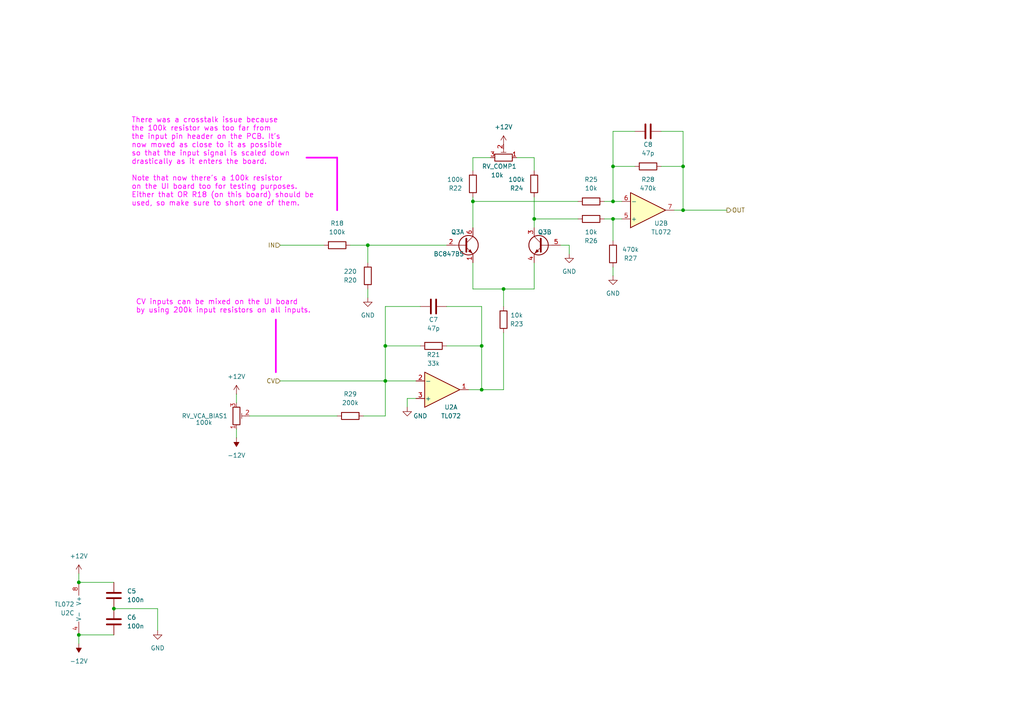
<source format=kicad_sch>
(kicad_sch (version 20250114) (generator "eeschema") (generator_version "9.0")
  (paper "A4")
  (lib_symbols
    (symbol "Amplifier_Operational:TL072" (pin_names (offset 0.127))
      (property "Reference" "U" (at 0 5.08 0))
      (property "Value" "TL072" (at 0 -5.08 0))
      (symbol "TL072_1_1"
        (polyline (pts (xy -5.08 5.08) (xy 5.08 0) (xy -5.08 -5.08) (xy -5.08 5.08)) (stroke (width 0.254)) (fill (type background)))
        (pin input line (at -7.62 2.54 0) (length 2.54) (name "+") (number "3"))
        (pin input line (at -7.62 -2.54 0) (length 2.54) (name "-") (number "2"))
        (pin output line (at 7.62 0 180) (length 2.54) (name "~") (number "1"))
      )
      (symbol "TL072_2_1"
        (polyline (pts (xy -5.08 5.08) (xy 5.08 0) (xy -5.08 -5.08) (xy -5.08 5.08)) (stroke (width 0.254)) (fill (type background)))
        (pin input line (at -7.62 2.54 0) (length 2.54) (name "+") (number "5"))
        (pin input line (at -7.62 -2.54 0) (length 2.54) (name "-") (number "6"))
        (pin output line (at 7.62 0 180) (length 2.54) (name "~") (number "7"))
      )
      (symbol "TL072_3_1"
        (pin power_in line (at -2.54 7.62 270) (length 3.81) (name "V+") (number "8"))
        (pin power_in line (at -2.54 -7.62 90) (length 3.81) (name "V-") (number "4"))
      )
    )
    (symbol "Device:C" (pin_numbers (hide yes)) (pin_names (offset 0.254))
      (property "Reference" "C" (at 0.635 2.54 0))
      (property "Value" "C" (at 0.635 -2.54 0))
      (symbol "C_0_1"
        (polyline (pts (xy -2.032 0.762) (xy 2.032 0.762)) (stroke (width 0.508)))
        (polyline (pts (xy -2.032 -0.762) (xy 2.032 -0.762)) (stroke (width 0.508)))
      )
      (symbol "C_1_1"
        (pin passive line (at 0 3.81 270) (length 2.794) (name "~") (number "1"))
        (pin passive line (at 0 -3.81 90) (length 2.794) (name "~") (number "2"))
      )
    )
    (symbol "Device:R" (pin_numbers (hide yes)) (pin_names (offset 0))
      (property "Reference" "R" (at 2.032 0 90))
      (property "Value" "R" (at 0 0 90))
      (symbol "R_0_1"
        (rectangle (start -1.016 -2.54) (end 1.016 2.54) (stroke (width 0.254)))
      )
      (symbol "R_1_1"
        (pin passive line (at 0 3.81 270) (length 1.27) (name "~") (number "1"))
        (pin passive line (at 0 -3.81 90) (length 1.27) (name "~") (number "2"))
      )
    )
    (symbol "Device:R_Potentiometer_Trim" (pin_names (offset 1.016) (hide yes))
      (property "Reference" "RV" (at -4.445 0 90))
      (property "Value" "R_Potentiometer_Trim" (at -2.54 0 90))
      (symbol "R_Potentiometer_Trim_0_1"
        (rectangle (start 1.016 2.54) (end -1.016 -2.54) (stroke (width 0.254)))
        (polyline (pts (xy 1.524 0.762) (xy 1.524 -0.762)))
        (polyline (pts (xy 2.54 0) (xy 1.524 0)))
      )
      (symbol "R_Potentiometer_Trim_1_1"
        (pin passive line (at 0 3.81 270) (length 1.27) (name "1") (number "1"))
        (pin passive line (at 0 -3.81 90) (length 1.27) (name "3") (number "3"))
        (pin passive line (at 3.81 0 180) (length 1.27) (name "2") (number "2"))
      )
    )
    (symbol "Transistor_BJT:BC847BS" (pin_names (offset 0) (hide yes))
      (property "Reference" "Q" (at 5.08 1.27 0))
      (property "Value" "BC847BS" (at 5.08 -1.27 0))
      (symbol "BC847BS_0_1"
        (polyline (pts (xy 0.635 1.905) (xy 0.635 -1.905)) (stroke (width 0.508)))
        (polyline (pts (xy 0.635 0.635) (xy 2.54 2.54)))
        (polyline (pts (xy 0.635 0) (xy -2.54 0)))
        (polyline (pts (xy 0.635 -0.635) (xy 2.54 -2.54)))
        (circle (center 1.27 0) (radius 2.8194) (stroke (width 0.254)))
        (polyline (pts (xy 1.27 -1.778) (xy 1.778 -1.27) (xy 2.286 -2.286) (xy 1.27 -1.778)) (fill (type outline)))
      )
      (symbol "BC847BS_1_1"
        (pin input line (at -5.08 0 0) (length 2.54) (name "B1") (number "2"))
        (pin passive line (at 2.54 5.08 270) (length 2.54) (name "C1") (number "6"))
        (pin passive line (at 2.54 -5.08 90) (length 2.54) (name "E1") (number "1"))
      )
      (symbol "BC847BS_2_1"
        (pin input line (at -5.08 0 0) (length 2.54) (name "B2") (number "5"))
        (pin passive line (at 2.54 5.08 270) (length 2.54) (name "C2") (number "3"))
        (pin passive line (at 2.54 -5.08 90) (length 2.54) (name "E2") (number "4"))
      )
    )
    (symbol "power:+12V" (power) (pin_numbers (hide yes)) (pin_names (offset 0) (hide yes))
      (property "Value" "+12V" (at 0 3.556 0))
      (symbol "+12V_0_1"
        (polyline (pts (xy -0.762 1.27) (xy 0 2.54)))
        (polyline (pts (xy 0 2.54) (xy 0.762 1.27)))
        (polyline (pts (xy 0 0) (xy 0 2.54)))
      )
      (symbol "+12V_1_1"
        (pin power_in line (at 0 0 90) (length 0) (name "~") (number "1"))
      )
    )
    (symbol "power:-12V" (power) (pin_numbers (hide yes)) (pin_names (offset 0) (hide yes))
      (property "Value" "-12V" (at 0 3.556 0))
      (symbol "-12V_0_0"
        (pin power_in line (at 0 0 90) (length 0) (name "~") (number "1"))
      )
      (symbol "-12V_0_1"
        (polyline (pts (xy 0 0) (xy 0 1.27) (xy 0.762 1.27) (xy 0 2.54) (xy -0.762 1.27) (xy 0 1.27)) (fill (type outline)))
      )
    )
    (symbol "power:GND" (power) (pin_numbers (hide yes)) (pin_names (offset 0) (hide yes))
      (property "Value" "GND" (at 0 -3.81 0))
      (symbol "GND_0_1"
        (polyline (pts (xy 0 0) (xy 0 -1.27) (xy 1.27 -1.27) (xy 0 -2.54) (xy -1.27 -1.27) (xy 0 -1.27)))
      )
      (symbol "GND_1_1"
        (pin power_in line (at 0 0 270) (length 0) (name "~") (number "1"))
      )
    )
  )
  (text "CV inputs can be mixed on the UI board \nby using 200k input resistors on all inputs." (at 39.37 88.9 0) (effects (font (size 1.5 1.5) (thickness 0.1875)) (justify left)))
  (text "There was a crosstalk issue because\nthe 100k resistor was too far from \nthe input pin header on the PCB. It's\nnow moved as close to it as possible\nso that the input signal is scaled down\ndrastically as it enters the board.\n\nNote that now there's a 100k resistor \non the UI board too for testing purposes. \nEither that OR R18 (on this board) should be \nused, so make sure to short one of them." (at 38.1 46.99 0) (effects (font (size 1.5 1.5) (thickness 0.1875)) (justify left)))
  (junction (at 111.76 100.33))
  (junction (at 139.7 100.33))
  (junction (at 139.7 113.03))
  (junction (at 177.8 58.42))
  (junction (at 33.02 176.53))
  (junction (at 177.8 48.26))
  (junction (at 22.86 168.91))
  (junction (at 106.68 71.12))
  (junction (at 154.94 63.5))
  (junction (at 22.86 184.15))
  (junction (at 146.05 83.82))
  (junction (at 111.76 110.49))
  (junction (at 198.12 60.96))
  (junction (at 177.8 63.5))
  (junction (at 137.16 58.42))
  (junction (at 198.12 48.26))
  (wire (pts (xy 177.8 38.1) (xy 177.8 48.26)))
  (wire (pts (xy 81.28 71.12) (xy 93.98 71.12)))
  (wire (pts (xy 165.1 71.12) (xy 165.1 73.66)))
  (wire (pts (xy 177.8 63.5) (xy 180.34 63.5)))
  (wire (pts (xy 81.28 110.49) (xy 111.76 110.49)))
  (wire (pts (xy 22.86 186.69) (xy 22.86 184.15)))
  (wire (pts (xy 22.86 168.91) (xy 33.02 168.91)))
  (wire (pts (xy 195.58 60.96) (xy 198.12 60.96)))
  (polyline (pts (xy 97.79 60.96) (xy 97.79 45.72)) (stroke (width 0.5) (type solid) (color 255 0 255 1)))
  (wire (pts (xy 106.68 71.12) (xy 129.54 71.12)))
  (wire (pts (xy 68.58 127) (xy 68.58 124.46)))
  (wire (pts (xy 139.7 113.03) (xy 135.89 113.03)))
  (wire (pts (xy 154.94 57.15) (xy 154.94 63.5)))
  (wire (pts (xy 162.56 71.12) (xy 165.1 71.12)))
  (wire (pts (xy 111.76 120.65) (xy 111.76 110.49)))
  (wire (pts (xy 137.16 76.2) (xy 137.16 83.82)))
  (wire (pts (xy 177.8 63.5) (xy 177.8 69.85)))
  (wire (pts (xy 137.16 58.42) (xy 167.64 58.42)))
  (wire (pts (xy 137.16 49.53) (xy 137.16 45.72)))
  (wire (pts (xy 139.7 100.33) (xy 139.7 113.03)))
  (wire (pts (xy 198.12 38.1) (xy 198.12 48.26)))
  (wire (pts (xy 22.86 166.37) (xy 22.86 168.91)))
  (wire (pts (xy 154.94 83.82) (xy 154.94 76.2)))
  (wire (pts (xy 191.77 38.1) (xy 198.12 38.1)))
  (polyline (pts (xy 88.9 45.72) (xy 97.79 45.72)) (stroke (width 0.5) (type solid) (color 255 0 255 1)))
  (wire (pts (xy 111.76 100.33) (xy 121.92 100.33)))
  (wire (pts (xy 101.6 71.12) (xy 106.68 71.12)))
  (wire (pts (xy 175.26 58.42) (xy 177.8 58.42)))
  (wire (pts (xy 105.41 120.65) (xy 111.76 120.65)))
  (wire (pts (xy 177.8 58.42) (xy 180.34 58.42)))
  (wire (pts (xy 191.77 48.26) (xy 198.12 48.26)))
  (wire (pts (xy 129.54 100.33) (xy 139.7 100.33)))
  (wire (pts (xy 137.16 58.42) (xy 137.16 66.04)))
  (wire (pts (xy 111.76 88.9) (xy 111.76 100.33)))
  (wire (pts (xy 22.86 184.15) (xy 33.02 184.15)))
  (wire (pts (xy 154.94 45.72) (xy 154.94 49.53)))
  (wire (pts (xy 111.76 110.49) (xy 120.65 110.49)))
  (wire (pts (xy 184.15 38.1) (xy 177.8 38.1)))
  (wire (pts (xy 137.16 57.15) (xy 137.16 58.42)))
  (wire (pts (xy 118.11 118.11) (xy 118.11 115.57)))
  (polyline (pts (xy 80.01 107.95) (xy 80.01 92.71)) (stroke (width 0.5) (type solid) (color 255 0 255 1)))
  (wire (pts (xy 184.15 48.26) (xy 177.8 48.26)))
  (wire (pts (xy 45.72 176.53) (xy 33.02 176.53)))
  (wire (pts (xy 118.11 115.57) (xy 120.65 115.57)))
  (wire (pts (xy 177.8 80.01) (xy 177.8 77.47)))
  (wire (pts (xy 154.94 63.5) (xy 167.64 63.5)))
  (wire (pts (xy 129.54 88.9) (xy 139.7 88.9)))
  (wire (pts (xy 198.12 48.26) (xy 198.12 60.96)))
  (wire (pts (xy 146.05 88.9) (xy 146.05 83.82)))
  (wire (pts (xy 111.76 110.49) (xy 111.76 100.33)))
  (wire (pts (xy 139.7 88.9) (xy 139.7 100.33)))
  (wire (pts (xy 175.26 63.5) (xy 177.8 63.5)))
  (wire (pts (xy 198.12 60.96) (xy 210.82 60.96)))
  (wire (pts (xy 137.16 83.82) (xy 146.05 83.82)))
  (wire (pts (xy 146.05 113.03) (xy 139.7 113.03)))
  (wire (pts (xy 121.92 88.9) (xy 111.76 88.9)))
  (wire (pts (xy 146.05 83.82) (xy 154.94 83.82)))
  (wire (pts (xy 177.8 48.26) (xy 177.8 58.42)))
  (wire (pts (xy 68.58 114.3) (xy 68.58 116.84)))
  (wire (pts (xy 106.68 86.36) (xy 106.68 83.82)))
  (wire (pts (xy 154.94 63.5) (xy 154.94 66.04)))
  (wire (pts (xy 146.05 96.52) (xy 146.05 113.03)))
  (wire (pts (xy 106.68 71.12) (xy 106.68 76.2)))
  (wire (pts (xy 137.16 45.72) (xy 142.24 45.72)))
  (wire (pts (xy 45.72 182.88) (xy 45.72 176.53)))
  (wire (pts (xy 149.86 45.72) (xy 154.94 45.72)))
  (wire (pts (xy 72.39 120.65) (xy 97.79 120.65)))
  (hierarchical_label "OUT" (shape output) (at 210.82 60.96 0))
  (hierarchical_label "IN" (shape input) (at 81.28 71.12 180))
  (hierarchical_label "CV" (shape input) (at 81.28 110.49 180))
  (symbol (lib_id "power:+12V") (at 146.05 41.91 0) (unit 1)
    (property "Reference" "#PWR022" (effects (hide yes)))
    (property "Value" "+12V" (at 146.05 36.83 0))
    (property "Description" "Power symbol creates a global label with name \"+12V\"" (effects (hide yes)))
  )
  (symbol (lib_id "Transistor_BJT:BC847BS") (at 157.48 71.12 0) (mirror y) (unit 2)
    (property "Reference" "Q3" (at 160.02 67.31 0) (effects (justify left)))
    (property "Value" "BC847BS" (at 134.62 73.66 0) (effects (justify left)))
    (property "Footprint" "Package_TO_SOT_SMD:SOT-363_SC-70-6" (effects (hide yes)))
    (property "Datasheet" "https://assets.nexperia.com/documents/data-sheet/BC847BS.pdf" (effects (hide yes)))
    (property "Description" "100mA IC, 45V Vce, Dual NPN/NPN Transistors, SOT-363" (effects (hide yes)))
    (property "Vendor" "JLCPCB" (effects (hide yes)))
    (property "LCSC" "C5380687" (effects (hide yes)))
    (property "CHECKED" "YES" (effects (hide yes)))
  )
  (symbol (lib_id "Device:R") (at 101.6 120.65 90) (unit 1)
    (property "Reference" "R29" (at 101.6 114.3 90))
    (property "Value" "200k" (at 101.6 116.84 90))
    (property "Footprint" "Resistor_SMD:R_0603_1608Metric" (effects (hide yes)))
    (property "LCSC" "C25811" (effects (hide yes)))
    (property "CHECKED" "YES" (effects (hide yes)))
    (property "Vendor" "JLCPCB" (effects (hide yes)))
  )
  (symbol (lib_id "power:-12V") (at 22.86 186.69 180) (unit 1)
    (property "Reference" "#PWR018" (effects (hide yes)))
    (property "Value" "-12V" (at 22.86 191.77 0))
    (property "Description" "Power symbol creates a global label with name \"-12V\"" (effects (hide yes)))
  )
  (symbol (lib_id "Device:R_Potentiometer_Trim") (at 68.58 120.65 0) (mirror x) (unit 1)
    (property "Reference" "RV_VCA_BIAS1" (at 66.04 120.65 0) (effects (justify right)))
    (property "Value" "100k" (at 61.595 122.555 0) (effects (justify right)))
    (property "Footprint" "Potentiometer_THT:Potentiometer_ACP_CA6-H2,5_Horizontal" (effects (hide yes)))
    (property "Description" "Trim-potentiometer" (effects (hide yes)))
    (property "Vendor" "Mouser" (effects (hide yes)))
  )
  (symbol (lib_id "Device:R") (at 146.05 92.71 180) (unit 1)
    (property "Reference" "R23" (at 149.86 93.98 0))
    (property "Value" "10k" (at 149.86 91.44 0))
    (property "Footprint" "Resistor_SMD:R_0603_1608Metric" (effects (hide yes)))
    (property "LCSC" "C25804" (effects (hide yes)))
    (property "CHECKED" "YES" (effects (hide yes)))
    (property "Vendor" "JLCPCB" (effects (hide yes)))
  )
  (symbol (lib_id "Device:C") (at 33.02 180.34 0) (unit 1)
    (property "Reference" "C6" (at 36.83 179.07 0) (effects (justify left)))
    (property "Value" "100n" (at 36.83 181.61 0) (effects (justify left)))
    (property "Footprint" "Capacitor_SMD:C_0603_1608Metric" (effects (hide yes)))
    (property "LCSC" "C14663" (effects (hide yes)))
    (property "CHECKED" "YES" (effects (hide yes)))
    (property "Vendor" "JLCPCB" (effects (hide yes)))
  )
  (symbol (lib_id "Device:C") (at 187.96 38.1 90) (unit 1)
    (property "Reference" "C8" (at 187.96 41.91 90))
    (property "Value" "47p" (at 187.96 44.45 90))
    (property "Footprint" "Capacitor_SMD:C_0603_1608Metric_Pad1.08x0.95mm_HandSolder" (effects (hide yes)))
    (property "Description" "Unpolarized capacitor" (effects (hide yes)))
    (property "Vendor" "JLCPCB" (effects (hide yes)))
    (property "LCSC" "C1671" (effects (hide yes)))
    (property "CHECKED" "YES" (effects (hide yes)))
  )
  (symbol (lib_id "Device:R") (at 171.45 58.42 90) (unit 1)
    (property "Reference" "R25" (at 171.45 52.07 90))
    (property "Value" "10k" (at 171.45 54.61 90))
    (property "Footprint" "Resistor_SMD:R_0603_1608Metric" (effects (hide yes)))
    (property "LCSC" "C25804" (effects (hide yes)))
    (property "CHECKED" "YES" (effects (hide yes)))
    (property "Vendor" "JLCPCB" (effects (hide yes)))
  )
  (symbol (lib_id "power:GND") (at 165.1 73.66 0) (unit 1)
    (property "Reference" "#PWR023" (effects (hide yes)))
    (property "Value" "GND" (at 165.1 78.74 0))
    (property "Description" "Power symbol creates a global label with name \"GND\" , ground" (effects (hide yes)))
  )
  (symbol (lib_id "Device:R") (at 137.16 53.34 180) (unit 1)
    (property "Reference" "R22" (at 132.08 54.61 0))
    (property "Value" "100k" (at 132.08 52.07 0))
    (property "Footprint" "Resistor_SMD:R_0603_1608Metric" (effects (hide yes)))
    (property "LCSC" "C25803" (effects (hide yes)))
    (property "CHECKED" "YES" (effects (hide yes)))
    (property "Vendor" "JLCPCB" (effects (hide yes)))
  )
  (symbol (lib_id "power:+12V") (at 22.86 166.37 0) (unit 1)
    (property "Reference" "#PWR017" (effects (hide yes)))
    (property "Value" "+12V" (at 22.86 161.29 0))
    (property "Description" "Power symbol creates a global label with name \"+12V\"" (effects (hide yes)))
  )
  (symbol (lib_id "Device:R") (at 187.96 48.26 90) (unit 1)
    (property "Reference" "R28" (at 187.96 52.07 90))
    (property "Value" "470k" (at 187.96 54.61 90))
    (property "Footprint" "Resistor_SMD:R_0603_1608Metric" (effects (hide yes)))
    (property "LCSC" "C23178" (effects (hide yes)))
    (property "CHECKED" "YES" (effects (hide yes)))
    (property "Vendor" "JLCPCB" (effects (hide yes)))
  )
  (symbol (lib_id "Device:R") (at 177.8 73.66 0) (mirror x) (unit 1)
    (property "Reference" "R27" (at 182.88 74.93 0))
    (property "Value" "470k" (at 182.88 72.39 0))
    (property "Footprint" "Resistor_SMD:R_0603_1608Metric" (effects (hide yes)))
    (property "LCSC" "C23178" (effects (hide yes)))
    (property "CHECKED" "YES" (effects (hide yes)))
    (property "Vendor" "JLCPCB" (effects (hide yes)))
  )
  (symbol (lib_id "Transistor_BJT:BC847BS") (at 134.62 71.12 0) (unit 1)
    (property "Reference" "Q3" (at 130.81 67.31 0) (effects (justify left)))
    (property "Value" "BC847BS" (effects (hide yes)))
    (property "Footprint" "Package_TO_SOT_SMD:SOT-363_SC-70-6" (effects (hide yes)))
    (property "Datasheet" "https://assets.nexperia.com/documents/data-sheet/BC847BS.pdf" (effects (hide yes)))
    (property "Description" "100mA IC, 45V Vce, Dual NPN/NPN Transistors, SOT-363" (effects (hide yes)))
    (property "Vendor" "JLCPCB" (effects (hide yes)))
    (property "LCSC" "C5380687" (effects (hide yes)))
    (property "CHECKED" "YES" (effects (hide yes)))
  )
  (symbol (lib_id "Device:R") (at 154.94 53.34 180) (unit 1)
    (property "Reference" "R24" (at 149.86 54.61 0))
    (property "Value" "100k" (at 149.86 52.07 0))
    (property "Footprint" "Resistor_SMD:R_0603_1608Metric" (effects (hide yes)))
    (property "LCSC" "C25803" (effects (hide yes)))
    (property "CHECKED" "YES" (effects (hide yes)))
    (property "Vendor" "JLCPCB" (effects (hide yes)))
  )
  (symbol (lib_id "power:GND") (at 45.72 182.88 0) (unit 1)
    (property "Reference" "#PWR019" (effects (hide yes)))
    (property "Value" "GND" (at 45.72 187.96 0))
    (property "Description" "Power symbol creates a global label with name \"GND\" , ground" (effects (hide yes)))
  )
  (symbol (lib_id "power:-12V") (at 68.58 127 180) (unit 1)
    (property "Reference" "#PWR038" (effects (hide yes)))
    (property "Value" "-12V" (at 68.58 132.08 0))
    (property "Description" "Power symbol creates a global label with name \"-12V\"" (effects (hide yes)))
  )
  (symbol (lib_id "Device:R") (at 106.68 80.01 180) (unit 1)
    (property "Reference" "R20" (at 101.6 81.28 0))
    (property "Value" "220" (at 101.6 78.74 0))
    (property "Footprint" "Resistor_SMD:R_0603_1608Metric" (effects (hide yes)))
    (property "LCSC" "C22962" (effects (hide yes)))
    (property "CHECKED" "YES" (effects (hide yes)))
    (property "Vendor" "JLCPCB" (effects (hide yes)))
  )
  (symbol (lib_id "Amplifier_Operational:TL072") (at 128.27 113.03 0) (mirror x) (unit 1)
    (property "Reference" "U2" (at 130.81 118.11 0))
    (property "Value" "TL072" (at 130.81 120.65 0))
    (property "Footprint" "Package_SO:SOIC-8_3.9x4.9mm_P1.27mm" (effects (hide yes)))
    (property "Datasheet" "http://www.ti.com/lit/ds/symlink/tl071.pdf" (effects (hide yes)))
    (property "Description" "Dual Low-Noise JFET-Input Operational Amplifiers, DIP-8/SOIC-8" (effects (hide yes)))
    (property "Vendor" "JLCPCB" (effects (hide yes)))
    (property "LCSC" "C6961" (effects (hide yes)))
    (property "CHECKED" "YES" (effects (hide yes)))
  )
  (symbol (lib_id "power:+12V") (at 68.58 114.3 0) (unit 1)
    (property "Reference" "#PWR037" (effects (hide yes)))
    (property "Value" "+12V" (at 68.58 109.22 0))
    (property "Description" "Power symbol creates a global label with name \"+12V\"" (effects (hide yes)))
  )
  (symbol (lib_id "Amplifier_Operational:TL072") (at 187.96 60.96 0) (mirror x) (unit 2)
    (property "Reference" "U2" (at 191.77 64.77 0))
    (property "Value" "TL072" (at 191.77 67.31 0))
    (property "Footprint" "Package_SO:SOIC-8_3.9x4.9mm_P1.27mm" (effects (hide yes)))
    (property "Datasheet" "http://www.ti.com/lit/ds/symlink/tl071.pdf" (effects (hide yes)))
    (property "Description" "Dual Low-Noise JFET-Input Operational Amplifiers, DIP-8/SOIC-8" (effects (hide yes)))
    (property "Vendor" "JLCPCB" (effects (hide yes)))
    (property "LCSC" "C6961" (effects (hide yes)))
    (property "CHECKED" "YES" (effects (hide yes)))
  )
  (symbol (lib_id "Device:R_Potentiometer_Trim") (at 146.05 45.72 270) (mirror x) (unit 1)
    (property "Reference" "RV_COMP1" (at 149.86 48.26 90) (effects (justify right)))
    (property "Value" "10k" (at 146.05 50.8 90) (effects (justify right)))
    (property "Footprint" "Potentiometer_THT:Potentiometer_ACP_CA6-H2,5_Horizontal" (effects (hide yes)))
    (property "Description" "Trim-potentiometer" (effects (hide yes)))
    (property "Vendor" "Mouser" (effects (hide yes)))
  )
  (symbol (lib_id "power:GND") (at 177.8 80.01 0) (unit 1)
    (property "Reference" "#PWR024" (effects (hide yes)))
    (property "Value" "GND" (at 177.8 85.09 0))
    (property "Description" "Power symbol creates a global label with name \"GND\" , ground" (effects (hide yes)))
  )
  (symbol (lib_id "Device:R") (at 97.79 71.12 90) (unit 1)
    (property "Reference" "R18" (at 97.79 64.77 90))
    (property "Value" "100k" (at 97.79 67.31 90))
    (property "Footprint" "Resistor_SMD:R_0603_1608Metric" (effects (hide yes)))
    (property "LCSC" "C25803" (effects (hide yes)))
    (property "CHECKED" "YES" (effects (hide yes)))
    (property "Vendor" "JLCPCB" (effects (hide yes)))
  )
  (symbol (lib_id "power:GND") (at 118.11 118.11 0) (unit 1)
    (property "Reference" "#PWR021" (effects (hide yes)))
    (property "Value" "GND" (at 121.92 120.65 0))
    (property "Description" "Power symbol creates a global label with name \"GND\" , ground" (effects (hide yes)))
  )
  (symbol (lib_id "Device:R") (at 171.45 63.5 90) (mirror x) (unit 1)
    (property "Reference" "R26" (at 171.45 69.85 90))
    (property "Value" "10k" (at 171.45 67.31 90))
    (property "Footprint" "Resistor_SMD:R_0603_1608Metric" (effects (hide yes)))
    (property "LCSC" "C25804" (effects (hide yes)))
    (property "CHECKED" "YES" (effects (hide yes)))
    (property "Vendor" "JLCPCB" (effects (hide yes)))
  )
  (symbol (lib_id "Device:C") (at 125.73 88.9 90) (unit 1)
    (property "Reference" "C7" (at 125.73 92.71 90))
    (property "Value" "47p" (at 125.73 95.25 90))
    (property "Footprint" "Capacitor_SMD:C_0603_1608Metric_Pad1.08x0.95mm_HandSolder" (effects (hide yes)))
    (property "Description" "Unpolarized capacitor" (effects (hide yes)))
    (property "Vendor" "JLCPCB" (effects (hide yes)))
    (property "LCSC" "C1671" (effects (hide yes)))
    (property "CHECKED" "YES" (effects (hide yes)))
  )
  (symbol (lib_id "Device:C") (at 33.02 172.72 0) (unit 1)
    (property "Reference" "C5" (at 36.83 171.45 0) (effects (justify left)))
    (property "Value" "100n" (at 36.83 173.99 0) (effects (justify left)))
    (property "Footprint" "Capacitor_SMD:C_0603_1608Metric" (effects (hide yes)))
    (property "LCSC" "C14663" (effects (hide yes)))
    (property "CHECKED" "YES" (effects (hide yes)))
    (property "Vendor" "JLCPCB" (effects (hide yes)))
  )
  (symbol (lib_id "power:GND") (at 106.68 86.36 0) (unit 1)
    (property "Reference" "#PWR020" (effects (hide yes)))
    (property "Value" "GND" (at 106.68 91.44 0))
    (property "Description" "Power symbol creates a global label with name \"GND\" , ground" (effects (hide yes)))
  )
  (symbol (lib_id "Device:R") (at 125.73 100.33 90) (unit 1)
    (property "Reference" "R21" (at 125.73 102.87 90))
    (property "Value" "33k" (at 125.73 105.41 90))
    (property "Footprint" "Resistor_SMD:R_0603_1608Metric" (effects (hide yes)))
    (property "LCSC" "C4216" (effects (hide yes)))
    (property "CHECKED" "YES" (effects (hide yes)))
    (property "Vendor" "JLCPCB" (effects (hide yes)))
  )
  (symbol (lib_id "Amplifier_Operational:TL072") (at 25.4 176.53 0) (unit 3)
    (property "Reference" "U2" (at 21.59 177.8001 0) (effects (justify right)))
    (property "Value" "TL072" (at 21.59 175.2601 0) (effects (justify right)))
    (property "Footprint" "Package_SO:SOIC-8_3.9x4.9mm_P1.27mm" (effects (hide yes)))
    (property "Datasheet" "http://www.ti.com/lit/ds/symlink/tl071.pdf" (effects (hide yes)))
    (property "Description" "Dual Low-Noise JFET-Input Operational Amplifiers, DIP-8/SOIC-8" (effects (hide yes)))
    (property "Vendor" "JLCPCB" (effects (hide yes)))
    (property "LCSC" "C6961" (effects (hide yes)))
    (property "CHECKED" "YES" (effects (hide yes)))
  )
)
</source>
